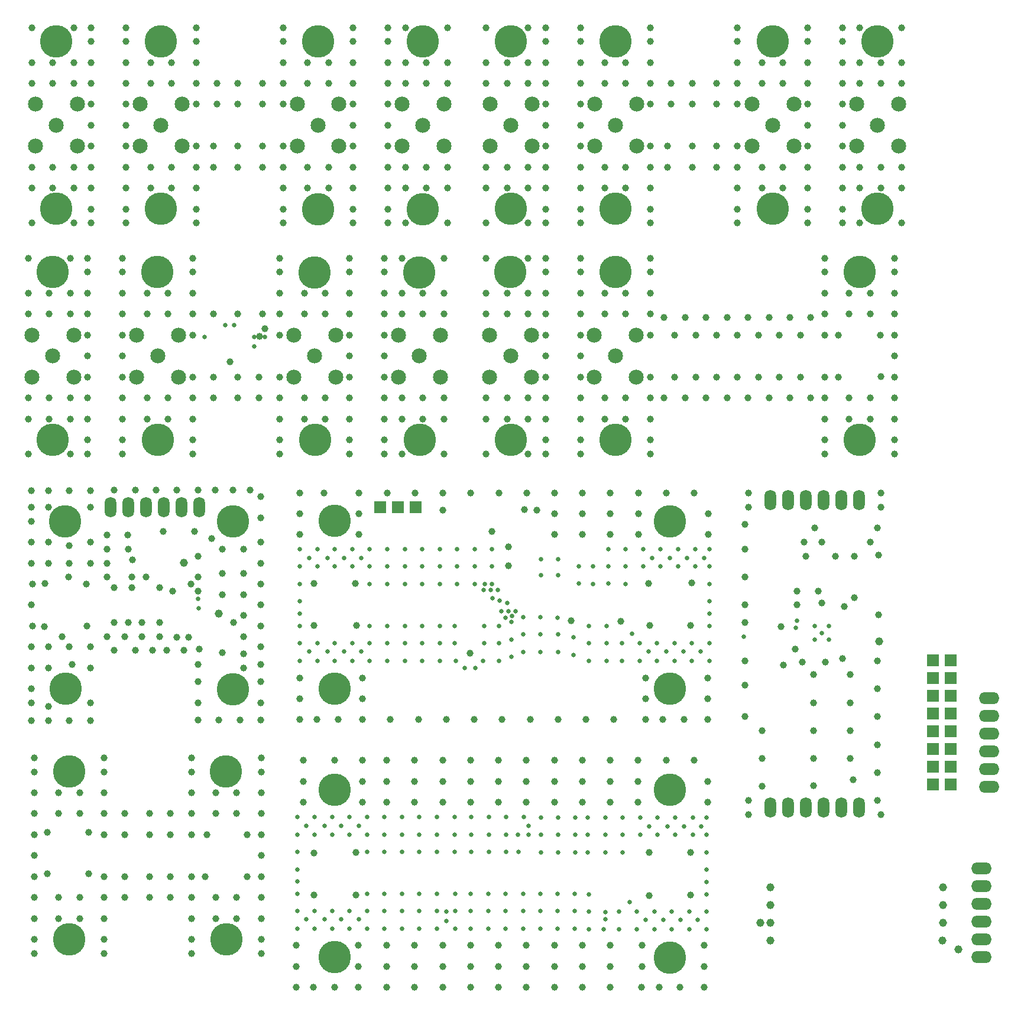
<source format=gbr>
G04 DesignSpark PCB Gerber Version 9.0 Build 5115 *
G04 #@! TF.Part,Single*
G04 #@! TF.FileFunction,Soldermask,Bot *
G04 #@! TF.FilePolarity,Negative *
%FSLAX35Y35*%
%MOIN*%
G04 #@! TA.AperFunction,ComponentPad*
%ADD94O,0.06600X0.11600*%
%ADD101R,0.06600X0.06600*%
G04 #@! TA.AperFunction,ViaPad*
%ADD84C,0.02569*%
%ADD83C,0.03946*%
%ADD85C,0.04600*%
G04 #@! TA.AperFunction,ComponentPad*
%ADD103O,0.11600X0.06600*%
%ADD89C,0.08474*%
%ADD88C,0.18317*%
X0Y0D02*
D02*
D83*
X13906Y307480D03*
Y327165D03*
Y338976D03*
Y386220D03*
Y398031D03*
Y417717D03*
X15402Y156850D03*
Y167087D03*
Y174961D03*
Y186772D03*
Y198583D03*
Y222205D03*
Y245827D03*
Y257638D03*
Y269449D03*
Y277323D03*
Y286772D03*
X15874Y437598D03*
Y457283D03*
Y469094D03*
Y516339D03*
Y528150D03*
Y547835D03*
X16189Y210394D03*
Y234016D03*
X17173Y25787D03*
Y33661D03*
Y45472D03*
Y57283D03*
Y69094D03*
Y80906D03*
Y92717D03*
Y104528D03*
Y116339D03*
Y128150D03*
Y136024D03*
X22882Y210000D03*
X23276Y234409D03*
X24417Y70551D03*
Y94173D03*
X25244Y156850D03*
Y165118D03*
Y186772D03*
Y198583D03*
Y245827D03*
Y257638D03*
Y277323D03*
Y286772D03*
X25717Y327165D03*
Y338976D03*
Y386220D03*
Y398031D03*
X27685Y457283D03*
Y469094D03*
Y516339D03*
Y528150D03*
X30953Y45472D03*
Y57283D03*
Y104528D03*
Y116339D03*
X32724Y204488D03*
X36661Y237953D03*
X37055Y156850D03*
Y198583D03*
Y245827D03*
Y255669D03*
Y286772D03*
X37528Y307480D03*
Y327165D03*
Y338976D03*
Y386220D03*
Y398031D03*
Y417717D03*
X38630Y188740D03*
X39496Y437598D03*
Y457283D03*
Y469094D03*
Y516339D03*
Y528150D03*
Y547835D03*
X42764Y45472D03*
Y57283D03*
Y104528D03*
Y116339D03*
X46504Y234016D03*
X46898Y210394D03*
X47370Y307480D03*
Y315354D03*
Y327165D03*
Y338976D03*
Y350787D03*
Y362598D03*
Y374409D03*
Y386220D03*
Y398031D03*
Y409843D03*
Y417717D03*
X48039Y70551D03*
Y94173D03*
X48866Y156850D03*
Y167087D03*
Y186772D03*
Y198583D03*
Y245827D03*
Y257638D03*
Y277323D03*
Y286772D03*
X49339Y437598D03*
Y445472D03*
Y457283D03*
Y469094D03*
Y480906D03*
Y492717D03*
Y504528D03*
Y516339D03*
Y528150D03*
Y539961D03*
Y547835D03*
X56543Y25787D03*
Y33661D03*
Y45472D03*
Y57283D03*
Y69094D03*
Y92717D03*
Y104528D03*
Y116339D03*
Y128150D03*
Y136024D03*
X58315Y204488D03*
Y237953D03*
Y245827D03*
Y253701D03*
Y261575D03*
X62252Y196614D03*
Y212362D03*
Y232047D03*
Y287165D03*
X67055Y307480D03*
Y315354D03*
Y327165D03*
Y338976D03*
Y350787D03*
Y362598D03*
Y374409D03*
Y386220D03*
Y398031D03*
Y409843D03*
Y417717D03*
X68157Y204488D03*
X68354Y57283D03*
Y69094D03*
Y92717D03*
Y104528D03*
X69024Y437598D03*
Y445472D03*
Y457283D03*
Y469094D03*
Y480906D03*
Y492717D03*
Y504528D03*
Y516339D03*
Y528150D03*
Y539961D03*
Y547835D03*
X69732Y261575D03*
X70126Y212362D03*
Y253701D03*
X72094Y232047D03*
Y237953D03*
X72488Y247795D03*
X74063Y196614D03*
Y287165D03*
X78000Y204488D03*
Y212362D03*
X80362Y237953D03*
X80835Y327165D03*
Y338976D03*
Y386220D03*
Y398031D03*
X82134Y57283D03*
Y69094D03*
Y92717D03*
Y104528D03*
X82803Y457283D03*
Y469094D03*
Y516339D03*
Y528150D03*
X83906Y196614D03*
X85874Y287165D03*
X87843Y204488D03*
Y212362D03*
Y232047D03*
X89811Y263543D03*
X91780Y196614D03*
X92646Y327165D03*
Y338976D03*
Y386220D03*
Y398031D03*
X93945Y57283D03*
Y69094D03*
Y92717D03*
Y104528D03*
X94614Y457283D03*
Y469094D03*
Y516339D03*
Y528150D03*
X95323Y230079D03*
X97685Y204094D03*
Y287165D03*
X101622Y196614D03*
X104378Y204094D03*
X105559Y234016D03*
X105756Y25787D03*
Y33661D03*
Y45472D03*
Y57283D03*
Y69094D03*
Y92717D03*
Y104528D03*
Y116339D03*
Y128150D03*
Y136024D03*
X106425Y307480D03*
Y315354D03*
Y327165D03*
Y338976D03*
Y350787D03*
Y374409D03*
Y386220D03*
Y398031D03*
Y409843D03*
Y417717D03*
X107528Y263543D03*
X108394Y437598D03*
Y445472D03*
Y457283D03*
Y469094D03*
Y480906D03*
Y504528D03*
Y516339D03*
Y528150D03*
Y539961D03*
Y547835D03*
X109496Y157244D03*
Y167087D03*
Y178898D03*
Y188740D03*
Y230079D03*
Y237953D03*
Y249764D03*
Y287165D03*
X110087Y197244D03*
X113709Y69094D03*
X114496Y92717D03*
X117370Y259606D03*
X118236Y338976D03*
Y350787D03*
Y386220D03*
Y469094D03*
Y480906D03*
X119339Y287165D03*
X119535Y45472D03*
Y57283D03*
Y104528D03*
Y116339D03*
X120205Y504528D03*
Y516339D03*
X121307Y157244D03*
X123079Y195433D03*
X123276Y228110D03*
Y239921D03*
Y253701D03*
X127685Y359449D03*
X129181Y287165D03*
X129654Y212272D03*
X131346Y45472D03*
Y57283D03*
Y104528D03*
Y116339D03*
X132016Y338976D03*
Y350787D03*
Y386220D03*
Y469094D03*
Y480906D03*
Y504528D03*
Y516339D03*
X133118Y157244D03*
X135087Y186772D03*
Y194646D03*
Y204488D03*
Y216299D03*
Y228110D03*
Y239921D03*
Y253701D03*
X137331Y69094D03*
Y92717D03*
X139024Y287165D03*
X143827Y338976D03*
Y350787D03*
X144220Y373819D03*
X144929Y157244D03*
Y167087D03*
Y178898D03*
Y188740D03*
Y198583D03*
Y210394D03*
Y222205D03*
Y234016D03*
Y245827D03*
Y257638D03*
Y271417D03*
Y283228D03*
X145126Y25787D03*
Y33661D03*
Y45472D03*
Y57283D03*
Y69094D03*
Y80906D03*
Y92717D03*
Y104528D03*
Y116339D03*
Y128150D03*
Y136024D03*
X145795Y386220D03*
Y469094D03*
Y480906D03*
Y504528D03*
Y516339D03*
X147370Y377953D03*
X155638Y307480D03*
Y315354D03*
Y327165D03*
Y338976D03*
Y350787D03*
Y374409D03*
Y386220D03*
Y398031D03*
Y409843D03*
Y417717D03*
X157606Y437598D03*
Y445472D03*
Y457283D03*
Y469094D03*
Y480906D03*
Y504528D03*
Y516339D03*
Y528150D03*
Y539961D03*
Y547835D03*
X164929Y6614D03*
Y18425D03*
Y30236D03*
X167016Y157520D03*
Y169331D03*
Y181142D03*
Y261850D03*
Y273661D03*
Y285472D03*
X168866Y110945D03*
Y122756D03*
Y134567D03*
X169417Y327165D03*
Y338976D03*
Y386220D03*
Y398031D03*
X171386Y457283D03*
Y469094D03*
Y516339D03*
Y528150D03*
X174614Y6614D03*
X174732Y210630D03*
Y234252D03*
X174969Y58819D03*
Y82441D03*
X176701Y157520D03*
X180638Y285472D03*
X181228Y327165D03*
Y338976D03*
Y386220D03*
Y398031D03*
X183197Y457283D03*
Y469094D03*
Y516339D03*
Y528150D03*
X186425Y6614D03*
Y134567D03*
X188512Y157520D03*
X195008Y307480D03*
Y315354D03*
Y327165D03*
Y338976D03*
Y350787D03*
Y362598D03*
Y374409D03*
Y386220D03*
Y398031D03*
Y409843D03*
Y417717D03*
X196976Y437598D03*
Y445472D03*
Y457283D03*
Y469094D03*
Y480906D03*
Y492717D03*
Y504528D03*
Y516339D03*
Y528150D03*
Y539961D03*
Y547835D03*
X198354Y234252D03*
X198591Y58819D03*
Y82835D03*
X198748Y210630D03*
X200047Y6614D03*
Y18425D03*
Y30236D03*
X200323Y261850D03*
Y273661D03*
Y285472D03*
X202134Y157520D03*
Y169331D03*
Y181142D03*
X202173Y110945D03*
Y122756D03*
Y134567D03*
X214693Y307480D03*
Y315354D03*
Y327165D03*
Y338976D03*
Y350787D03*
Y362598D03*
Y374409D03*
Y386220D03*
Y398031D03*
Y409843D03*
Y417717D03*
X215953Y6614D03*
Y18425D03*
Y30236D03*
Y110945D03*
Y122756D03*
Y134567D03*
X216071Y285472D03*
X216661Y437598D03*
Y445472D03*
Y457283D03*
Y469094D03*
Y480906D03*
Y492717D03*
Y504528D03*
Y516339D03*
Y528150D03*
Y539961D03*
Y547835D03*
X218039Y157520D03*
X224535Y307480D03*
Y327165D03*
Y338976D03*
Y386220D03*
Y398031D03*
Y417717D03*
X226504Y437598D03*
Y457283D03*
Y469094D03*
Y516339D03*
Y528150D03*
Y547835D03*
X231701Y6614D03*
Y18425D03*
Y30236D03*
Y110945D03*
Y122756D03*
Y134567D03*
X231819Y285472D03*
X233787Y157520D03*
X236346Y327165D03*
Y338976D03*
Y386220D03*
Y398031D03*
X238315Y457283D03*
Y469094D03*
Y516339D03*
Y528150D03*
X247449Y6614D03*
Y18425D03*
Y30236D03*
Y110945D03*
Y122756D03*
Y134567D03*
X247567Y275630D03*
Y285472D03*
X248157Y307480D03*
Y327165D03*
Y338976D03*
Y386220D03*
Y398031D03*
Y417717D03*
X249535Y157520D03*
X250126Y437598D03*
Y457283D03*
Y469094D03*
Y516339D03*
Y528150D03*
Y547835D03*
X262921Y194882D03*
X263197Y6614D03*
Y18425D03*
Y30236D03*
Y110945D03*
Y122756D03*
Y134567D03*
X263315Y285472D03*
X265283Y157520D03*
X271976Y307480D03*
Y327165D03*
Y338976D03*
Y386220D03*
Y398031D03*
Y417717D03*
Y437598D03*
Y457283D03*
Y469094D03*
Y516339D03*
Y528150D03*
Y547835D03*
X275126Y263819D03*
X278945Y6614D03*
Y18425D03*
Y30236D03*
Y110945D03*
Y122756D03*
Y134567D03*
X279063Y285472D03*
X281031Y157520D03*
X283787Y327165D03*
Y338976D03*
Y386220D03*
Y398031D03*
Y457283D03*
Y469094D03*
Y516339D03*
Y528150D03*
X284575Y244488D03*
Y255118D03*
X293630Y275984D03*
X294693Y6614D03*
Y18425D03*
Y30236D03*
Y110945D03*
Y122756D03*
Y134567D03*
X294811Y285472D03*
X295598Y307480D03*
Y327165D03*
Y338976D03*
Y386220D03*
Y398031D03*
Y417717D03*
Y437598D03*
Y457283D03*
Y469094D03*
Y516339D03*
Y528150D03*
Y547835D03*
X296780Y157520D03*
X300717Y275630D03*
X305441Y307480D03*
Y315354D03*
Y327165D03*
Y338976D03*
Y350787D03*
Y362598D03*
Y374409D03*
Y386220D03*
Y398031D03*
Y409843D03*
Y417717D03*
Y437598D03*
Y445472D03*
Y457283D03*
Y469094D03*
Y480906D03*
Y492717D03*
Y504528D03*
Y516339D03*
Y528150D03*
Y539961D03*
Y547835D03*
X310441Y6614D03*
Y18425D03*
Y30236D03*
Y110945D03*
Y122756D03*
Y134567D03*
X310559Y261850D03*
Y273661D03*
Y285472D03*
X312528Y157520D03*
X320008Y213386D03*
X325126Y307480D03*
Y315354D03*
Y327165D03*
Y338976D03*
Y350787D03*
Y362598D03*
Y374409D03*
Y386220D03*
Y398031D03*
Y409843D03*
Y417717D03*
Y437598D03*
Y445472D03*
Y457283D03*
Y469094D03*
Y480906D03*
Y492717D03*
Y504528D03*
Y516339D03*
Y528150D03*
Y539961D03*
Y547835D03*
X326189Y6614D03*
Y18425D03*
Y30236D03*
Y110945D03*
Y122756D03*
Y134567D03*
X326307Y261850D03*
Y273661D03*
Y285472D03*
X328276Y157520D03*
X338906Y327165D03*
Y338976D03*
Y386220D03*
Y398031D03*
Y457283D03*
Y469094D03*
Y516339D03*
Y528150D03*
X341937Y6614D03*
Y18425D03*
Y30236D03*
Y110945D03*
Y122756D03*
Y134567D03*
X342055Y261850D03*
Y273661D03*
Y285472D03*
X344024Y157520D03*
X347961Y212992D03*
X350717Y327165D03*
Y338976D03*
Y386220D03*
Y398031D03*
Y457283D03*
Y469094D03*
Y516339D03*
Y528150D03*
X357685Y110945D03*
Y122756D03*
Y134567D03*
X357803Y261850D03*
Y273661D03*
Y285472D03*
X359654Y6614D03*
X359811Y18425D03*
Y30236D03*
X361740Y157520D03*
X361898Y169331D03*
Y181142D03*
X363709Y234252D03*
X363945Y58425D03*
Y82835D03*
X364102Y210630D03*
X364496Y307480D03*
Y315354D03*
Y327165D03*
Y338976D03*
Y350787D03*
Y374409D03*
Y386220D03*
Y398031D03*
Y409843D03*
Y417717D03*
Y437598D03*
Y445472D03*
Y457283D03*
Y469094D03*
Y480906D03*
Y504528D03*
Y516339D03*
Y528150D03*
Y539961D03*
Y547835D03*
X369496Y6614D03*
X371583Y157520D03*
X372370Y338976D03*
Y384252D03*
X373433Y134567D03*
X373551Y285472D03*
X374339Y469094D03*
Y480906D03*
X376307Y504528D03*
Y516339D03*
X378276Y350787D03*
Y374409D03*
X381307Y6614D03*
X383394Y157520D03*
X384181Y338976D03*
Y384252D03*
X387173Y58819D03*
Y82835D03*
X387331Y210630D03*
X387724Y234646D03*
X388118Y469094D03*
Y480906D03*
Y504528D03*
Y516339D03*
X389181Y134567D03*
X389299Y285472D03*
X390087Y350787D03*
Y374409D03*
X394929Y6614D03*
Y18425D03*
Y30236D03*
X395992Y338976D03*
Y384252D03*
X397016Y157520D03*
Y169331D03*
Y181142D03*
X397055Y110945D03*
Y122756D03*
X397173Y261850D03*
Y273661D03*
X401898Y350787D03*
Y374409D03*
Y469094D03*
Y480906D03*
Y504528D03*
Y516339D03*
X407803Y338976D03*
Y384252D03*
X413709Y350787D03*
Y374409D03*
Y437598D03*
Y445472D03*
Y457283D03*
Y469094D03*
Y480906D03*
Y504528D03*
Y516339D03*
Y528150D03*
Y539961D03*
Y547835D03*
X417843Y159252D03*
Y176969D03*
Y190748D03*
Y212402D03*
Y222244D03*
Y237992D03*
Y253740D03*
Y267520D03*
X419614Y338976D03*
Y384252D03*
X419811Y104134D03*
Y112008D03*
Y277362D03*
Y285236D03*
X425520Y350787D03*
Y374409D03*
X427488Y457283D03*
Y469094D03*
Y516339D03*
Y528150D03*
X427685Y119882D03*
Y135630D03*
Y151378D03*
X431425Y338976D03*
Y384252D03*
X437331Y350787D03*
Y374409D03*
X438315Y210039D03*
X439299Y457283D03*
Y469094D03*
Y516339D03*
Y528150D03*
X439496Y188386D03*
X443236Y338976D03*
Y384252D03*
X446189Y197441D03*
X447370Y222244D03*
Y230118D03*
X449142Y350787D03*
Y374409D03*
X450126Y189961D03*
X451307Y257677D03*
X452094Y249803D03*
X453079Y437598D03*
Y445472D03*
Y457283D03*
Y469094D03*
Y480906D03*
Y492717D03*
Y504528D03*
Y516339D03*
Y528150D03*
Y539961D03*
Y547835D03*
X455047Y338976D03*
Y384252D03*
X456425Y120276D03*
Y135630D03*
Y151378D03*
Y167126D03*
Y182874D03*
X457213Y265551D03*
X459181Y230118D03*
X461150Y223425D03*
Y257677D03*
X462921Y307480D03*
Y315354D03*
Y327165D03*
Y338976D03*
Y350787D03*
Y374409D03*
Y386220D03*
Y398031D03*
Y409843D03*
Y417717D03*
X463118Y189961D03*
X469024Y249803D03*
X470598Y350787D03*
Y374409D03*
X472764Y437598D03*
Y445472D03*
Y457283D03*
Y469094D03*
Y480906D03*
Y492717D03*
Y504528D03*
Y516339D03*
Y528150D03*
Y539961D03*
Y547835D03*
X472961Y191929D03*
X473748Y221260D03*
X476701Y327165D03*
Y338976D03*
Y386220D03*
Y398031D03*
X477291Y135630D03*
Y151378D03*
Y167126D03*
Y182874D03*
X478866Y123819D03*
X479575Y249803D03*
X479654Y226378D03*
X482606Y437598D03*
Y457283D03*
Y469094D03*
Y516339D03*
Y528150D03*
Y547835D03*
X488512Y327165D03*
Y338976D03*
Y386220D03*
Y398031D03*
X488709Y257677D03*
X492646Y112008D03*
Y127756D03*
Y143504D03*
Y159252D03*
Y175000D03*
Y190748D03*
Y265551D03*
X493354Y216732D03*
Y250197D03*
X494220Y374409D03*
X494417Y350984D03*
Y457283D03*
Y469094D03*
Y516339D03*
Y528150D03*
X494614Y104134D03*
Y277362D03*
Y285236D03*
X502291Y307480D03*
Y315354D03*
Y327165D03*
Y338976D03*
Y350787D03*
Y362598D03*
Y374409D03*
Y386220D03*
Y398031D03*
Y409843D03*
Y417717D03*
X506228Y437598D03*
Y457283D03*
Y469094D03*
Y516339D03*
Y528150D03*
Y547835D03*
D02*
D84*
X109575Y225748D03*
X109890Y220236D03*
X113118Y373425D03*
X124929Y380118D03*
X130047D03*
X141071Y367913D03*
Y373425D03*
X147370D03*
X165480Y39685D03*
Y49528D03*
Y59370D03*
Y66260D03*
Y73150D03*
Y82992D03*
Y92835D03*
Y102677D03*
X167016Y190748D03*
Y200591D03*
Y210433D03*
Y217323D03*
Y224213D03*
Y234055D03*
Y243898D03*
Y253740D03*
X170717Y44843D03*
Y97638D03*
X172252Y195906D03*
Y248701D03*
X175323Y39685D03*
Y49528D03*
Y92835D03*
Y102677D03*
X176858Y190748D03*
Y200591D03*
Y243898D03*
Y253740D03*
X180874Y44843D03*
Y97638D03*
X182409Y195906D03*
Y248701D03*
X185165Y39685D03*
Y49528D03*
Y92835D03*
Y102677D03*
X186701Y190748D03*
Y200591D03*
Y243898D03*
Y253740D03*
X190362Y44843D03*
Y97638D03*
X191898Y195906D03*
Y248701D03*
X195008Y39685D03*
Y49528D03*
Y92835D03*
Y102677D03*
X196543Y190748D03*
Y200591D03*
Y243898D03*
Y253740D03*
X200165Y44843D03*
Y97638D03*
X201701Y195906D03*
Y248701D03*
X204850Y39685D03*
Y49528D03*
Y59370D03*
Y82992D03*
Y92835D03*
Y102677D03*
X206386Y190748D03*
Y200591D03*
Y210433D03*
Y234055D03*
Y243898D03*
Y253740D03*
X214693Y39685D03*
Y49528D03*
Y59370D03*
Y82992D03*
Y92835D03*
Y102677D03*
X216228Y190748D03*
Y200591D03*
Y210433D03*
Y234055D03*
Y243898D03*
Y253740D03*
X224535Y39685D03*
Y49528D03*
Y59370D03*
Y82992D03*
Y92835D03*
Y102677D03*
X226071Y190748D03*
Y200591D03*
Y210433D03*
Y234055D03*
Y243898D03*
Y253740D03*
X234378Y39685D03*
Y49528D03*
Y59370D03*
Y82992D03*
Y92835D03*
Y102677D03*
X235913Y190748D03*
Y200591D03*
Y210433D03*
Y234055D03*
Y243898D03*
Y253740D03*
X244220Y39685D03*
Y49528D03*
Y59370D03*
Y82992D03*
Y92835D03*
Y102677D03*
X245756Y190748D03*
Y200591D03*
Y210433D03*
Y234055D03*
Y243898D03*
Y253740D03*
X249614Y44173D03*
Y49370D03*
X254063Y82992D03*
Y92835D03*
Y102677D03*
X254378Y200591D03*
Y210433D03*
X254614Y39685D03*
Y49528D03*
Y59370D03*
X254811Y190748D03*
X255598Y234055D03*
Y243898D03*
Y253740D03*
X259811Y186654D03*
X263236Y39685D03*
Y49528D03*
Y59370D03*
X263669Y82992D03*
Y92835D03*
Y102677D03*
X265441Y234055D03*
Y243898D03*
Y253740D03*
X265953Y186654D03*
X270323Y190748D03*
X270638Y230512D03*
X270756Y200591D03*
Y210433D03*
X271346Y234055D03*
X273079Y39685D03*
Y49528D03*
Y59370D03*
X273512Y82992D03*
Y92835D03*
Y102677D03*
X274575Y230512D03*
X275283Y234055D03*
Y243898D03*
Y253740D03*
X275520Y225984D03*
X278512Y230551D03*
X279378Y190748D03*
Y200591D03*
Y210433D03*
X279535Y224606D03*
X280559Y218701D03*
X282803Y215000D03*
X282921Y39685D03*
Y49528D03*
Y59370D03*
X283354Y82992D03*
Y92835D03*
Y102677D03*
X283787Y223228D03*
X284496Y218701D03*
X286307Y192992D03*
Y202835D03*
Y212677D03*
X286583Y216142D03*
X288433Y218740D03*
X289969Y92835D03*
X290165Y82992D03*
X292764Y39685D03*
Y49528D03*
Y59370D03*
X292843Y195709D03*
Y205551D03*
Y215394D03*
X293197Y102677D03*
X295913Y92677D03*
Y97520D03*
X302606Y39685D03*
Y49528D03*
Y59370D03*
X302685Y195709D03*
Y205551D03*
Y215394D03*
X302764Y239016D03*
Y248071D03*
X302843Y82795D03*
Y92638D03*
Y102480D03*
X312094Y214843D03*
X312213Y39685D03*
Y49528D03*
Y59370D03*
X312449Y82795D03*
Y92638D03*
Y102480D03*
X312528Y195709D03*
Y205551D03*
X312606Y239016D03*
Y248071D03*
X321189Y194134D03*
Y203976D03*
X322055Y39685D03*
Y49528D03*
Y59370D03*
X322291Y82795D03*
Y92638D03*
Y102480D03*
X324339Y234488D03*
Y243937D03*
X329339Y82795D03*
Y92638D03*
Y102480D03*
X329929Y39488D03*
Y49331D03*
Y59173D03*
X329969Y190787D03*
Y200630D03*
Y210472D03*
X332213Y234094D03*
Y243937D03*
X338236Y39488D03*
X339102Y44882D03*
Y48976D03*
X339181Y82795D03*
Y92638D03*
Y102480D03*
X339811Y190787D03*
Y200630D03*
Y210472D03*
X340756Y234291D03*
Y243937D03*
Y253780D03*
X347055Y39488D03*
Y49331D03*
X348630Y190787D03*
Y200630D03*
X349024Y82795D03*
Y92638D03*
Y102480D03*
X350598Y234094D03*
Y243937D03*
Y253780D03*
X352724Y54724D03*
X354299Y206024D03*
X356898Y39488D03*
Y49331D03*
X358472Y190787D03*
Y200630D03*
X358866Y92638D03*
Y102480D03*
X360441Y243937D03*
Y253780D03*
X361858Y44724D03*
X363433Y196024D03*
X363906Y97402D03*
X365480Y248701D03*
X366740Y39488D03*
Y49331D03*
X368315Y190787D03*
Y200630D03*
X368709Y92638D03*
Y102480D03*
X370283Y243937D03*
Y253780D03*
X372016Y44724D03*
X373591Y196024D03*
X374063Y97402D03*
X375638Y248701D03*
X376583Y39488D03*
Y49331D03*
X378157Y190787D03*
Y200630D03*
X378551Y92638D03*
Y102480D03*
X380126Y243937D03*
Y253780D03*
X381504Y44724D03*
X383079Y196024D03*
X383551Y97402D03*
X385126Y248701D03*
X386425Y39488D03*
Y49331D03*
X388000Y190787D03*
Y200630D03*
X388394Y92638D03*
Y102480D03*
X389969Y243937D03*
Y253780D03*
X391307Y44724D03*
X392882Y196024D03*
X393354Y97402D03*
X394929Y248701D03*
X396268Y39488D03*
Y49331D03*
Y59173D03*
Y66063D03*
Y72953D03*
Y82795D03*
Y92638D03*
Y102480D03*
X397843Y190787D03*
Y200630D03*
Y210472D03*
Y217362D03*
Y224252D03*
Y234094D03*
Y243937D03*
Y253780D03*
X417252Y204331D03*
X446583Y209252D03*
X447370Y213386D03*
X457213Y202559D03*
Y210433D03*
X461150Y206496D03*
X465087Y202559D03*
Y210433D03*
D02*
D85*
X101622Y245972D03*
D03*
X121316Y217323D03*
X426504Y43031D03*
X432311Y33031D03*
Y43031D03*
Y53031D03*
Y63031D03*
X493433Y201772D03*
X529260Y33071D03*
X529555Y43031D03*
Y53031D03*
Y63031D03*
X538315Y27953D03*
D02*
D88*
X27606Y409921D03*
X27685Y315433D03*
X29575Y540039D03*
X29654Y445551D03*
X34693Y269449D03*
X34772Y174961D03*
X36780Y128228D03*
X36858Y33740D03*
X86661Y409921D03*
X86740Y315433D03*
X88630Y540039D03*
X88709Y445551D03*
X125362Y128228D03*
X125441Y33740D03*
X129181Y269291D03*
X129260Y174803D03*
X175323Y409764D03*
X175402Y315276D03*
X177213Y539961D03*
X177291Y445472D03*
X186465Y118110D03*
X186543Y23622D03*
X186622Y269567D03*
X186701Y175079D03*
X234378Y409764D03*
X234457Y315276D03*
X236268Y539961D03*
X236346Y445472D03*
X285677Y409921D03*
X285756Y315433D03*
X285874Y540039D03*
X285953Y445551D03*
X344732Y409921D03*
X344811Y315433D03*
X344929Y540039D03*
X345008Y445551D03*
X375520Y117953D03*
X375598Y23465D03*
Y269488D03*
X375677Y175000D03*
X433512Y540039D03*
X433591Y445551D03*
X482449Y409921D03*
X482528Y315433D03*
X492567Y540039D03*
X492646Y445551D03*
D02*
D89*
X15874Y350787D03*
Y374409D03*
X17843Y480906D03*
Y504528D03*
X27685Y362598D03*
X29654Y492717D03*
X39496Y350787D03*
Y374409D03*
X41465Y480906D03*
Y504528D03*
X74929Y350787D03*
Y374409D03*
X76898Y480906D03*
Y504528D03*
X86740Y362598D03*
X88709Y492717D03*
X98551Y350787D03*
Y374409D03*
X100520Y480906D03*
Y504528D03*
X163512Y350787D03*
Y374409D03*
X165402Y480984D03*
Y504606D03*
X175323Y362598D03*
X177213Y492795D03*
X187134Y350787D03*
Y374409D03*
X189024Y480984D03*
Y504606D03*
X222567Y350787D03*
Y374409D03*
X224457Y480984D03*
Y504606D03*
X234378Y362598D03*
X236268Y492795D03*
X246189Y350787D03*
Y374409D03*
X248079Y480984D03*
Y504606D03*
X273945Y350787D03*
Y374409D03*
X274142Y480906D03*
Y504528D03*
X285756Y362598D03*
X285953Y492717D03*
X297567Y350787D03*
Y374409D03*
X297764Y480906D03*
Y504528D03*
X333000Y350787D03*
Y374409D03*
X333197Y480906D03*
Y504528D03*
X344811Y362598D03*
X345008Y492717D03*
X356622Y350787D03*
Y374409D03*
X356819Y480906D03*
Y504528D03*
X421780Y480906D03*
Y504528D03*
X433591Y492717D03*
X445402Y480906D03*
Y504528D03*
X480835Y480906D03*
Y504528D03*
X492646Y492717D03*
X504457Y480906D03*
Y504528D03*
D02*
D94*
X60283Y277323D03*
X70283D03*
X80283D03*
X90283D03*
X100283D03*
X110283D03*
X432213Y108071D03*
Y281299D03*
X442213Y108071D03*
Y281299D03*
X452213Y108071D03*
Y281299D03*
X462213Y108071D03*
Y281299D03*
X472213Y108071D03*
Y281299D03*
X482213Y108071D03*
Y281299D03*
D02*
D101*
X212213Y277441D03*
X222213D03*
X232213D03*
X523748Y120866D03*
Y130866D03*
Y140866D03*
Y150866D03*
Y160866D03*
Y170866D03*
Y180866D03*
Y190866D03*
X533748Y120866D03*
Y130866D03*
Y140866D03*
Y150866D03*
Y160866D03*
Y170866D03*
Y180866D03*
Y190866D03*
D02*
D103*
X551307Y23622D03*
Y33622D03*
Y43622D03*
Y53622D03*
Y63622D03*
Y73622D03*
X555638Y119606D03*
Y129606D03*
Y139606D03*
Y149606D03*
Y159606D03*
Y169606D03*
X0Y0D02*
M02*

</source>
